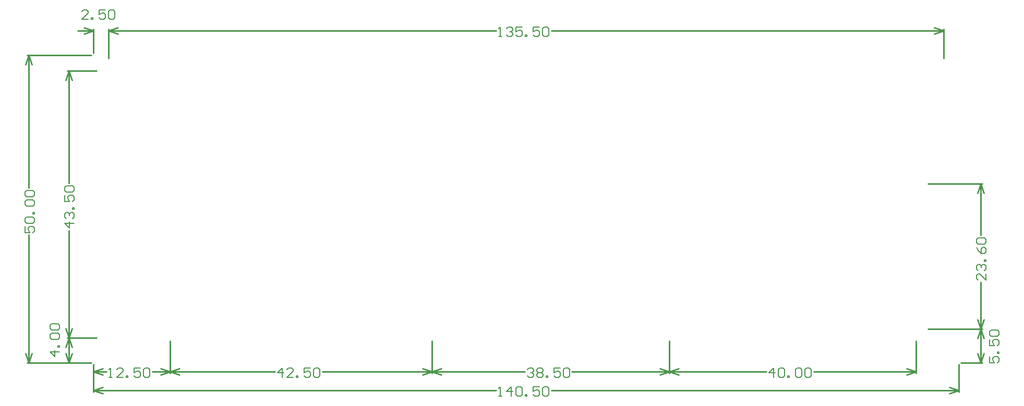
<source format=gbr>
%TF.GenerationSoftware,Altium Limited,Altium Designer,18.1.7 (191)*%
G04 Layer_Color=32768*
%FSLAX25Y25*%
%MOIN*%
%TF.FileFunction,Other,Mechanical_3*%
%TF.Part,Single*%
G01*
G75*
%TA.AperFunction,NonConductor*%
%ADD76C,0.01000*%
%ADD77C,0.00600*%
D76*
X9843Y212598D02*
X15843Y214598D01*
X9843Y212598D02*
X15843Y210598D01*
X537307D02*
X543307Y212598D01*
X537307Y214598D02*
X543307Y212598D01*
X9843D02*
X257380D01*
X292570D02*
X543307D01*
X9843Y194701D02*
Y213598D01*
X543307Y194701D02*
Y213598D01*
X-6000Y210598D02*
X0Y212598D01*
X-6000Y214598D02*
X0Y212598D01*
X9843D02*
X15843Y214598D01*
X9843Y212598D02*
X15843Y210598D01*
X-10000Y212598D02*
X0D01*
X9843D02*
X19842D01*
X9843Y194701D02*
Y213598D01*
X0Y198244D02*
Y213598D01*
X566929Y21654D02*
X568929Y15653D01*
X564929D02*
X566929Y21654D01*
X564929Y6000D02*
X566929Y0D01*
X568929Y6000D01*
X566929Y10827D02*
Y21654D01*
Y0D02*
Y10827D01*
X533284Y21654D02*
X567929D01*
X554543Y0D02*
X567929D01*
X43213Y-7905D02*
X49213Y-5906D01*
X43213Y-3906D02*
X49213Y-5906D01*
X0D02*
X6000Y-3906D01*
X0Y-5906D02*
X6000Y-7905D01*
X37602Y-5906D02*
X49213D01*
X0D02*
X8410D01*
X49213Y-6905D02*
Y13961D01*
X0Y-6905D02*
Y-1394D01*
X210535Y-7905D02*
X216535Y-5906D01*
X210535Y-3906D02*
X216535Y-5906D01*
X49213D02*
X55213Y-3906D01*
X49213Y-5906D02*
X55213Y-7905D01*
X146370Y-5906D02*
X216535D01*
X49213D02*
X116178D01*
X216535Y-6905D02*
Y13961D01*
X49213Y-6905D02*
Y13961D01*
X362110Y-7905D02*
X368110Y-5906D01*
X362110Y-3906D02*
X368110Y-5906D01*
X216535D02*
X222535Y-3906D01*
X216535Y-5906D02*
X222535Y-7905D01*
X305819Y-5906D02*
X368110D01*
X216535D02*
X275627D01*
X368110Y-6905D02*
Y13961D01*
X216535Y-6905D02*
Y13961D01*
X519591Y-7905D02*
X525591Y-5906D01*
X519591Y-3906D02*
X525591Y-5906D01*
X368110D02*
X374110Y-3906D01*
X368110Y-5906D02*
X374110Y-7905D01*
X460346Y-5906D02*
X525591D01*
X368110D02*
X430155D01*
X525591Y-6905D02*
Y13961D01*
X368110Y-6905D02*
Y13961D01*
X564929Y27654D02*
X566929Y21654D01*
X568929Y27654D01*
X566929Y114567D02*
X568929Y108567D01*
X564929D02*
X566929Y114567D01*
Y21654D02*
Y51415D01*
Y81606D02*
Y114567D01*
X533284Y21654D02*
X567929D01*
X533284Y114567D02*
X567929D01*
X-17748Y21748D02*
X-15748Y15748D01*
X-13748Y21748D01*
X-15748Y187008D02*
X-13748Y181008D01*
X-17748D02*
X-15748Y187008D01*
Y15748D02*
Y84682D01*
Y114874D02*
Y187008D01*
X-16748Y15748D02*
X2150D01*
X-16748Y187008D02*
X2150D01*
X-15748Y15748D02*
X-13748Y9748D01*
X-17748D02*
X-15748Y15748D01*
X-17748Y6000D02*
X-15748Y0D01*
X-13748Y6000D01*
X-15748Y7874D02*
Y15748D01*
Y0D02*
Y7874D01*
X-16748Y15748D02*
X2150D01*
X-16748Y0D02*
X-1394D01*
X-43339Y6000D02*
X-41339Y0D01*
X-39339Y6000D01*
X-41339Y196850D02*
X-39339Y190850D01*
X-43339D02*
X-41339Y196850D01*
Y0D02*
Y81730D01*
Y111921D02*
Y196850D01*
X-42339Y0D02*
X-1394D01*
X-42339Y196850D02*
X-1394D01*
X0Y-17717D02*
X6000Y-15717D01*
X0Y-17717D02*
X6000Y-19716D01*
X547150D02*
X553150Y-17717D01*
X547150Y-15717D02*
X553150Y-17717D01*
X0D02*
X257380D01*
X292570D02*
X553150D01*
X0Y-18717D02*
Y-1000D01*
X553150Y-18717D02*
Y-1000D01*
D77*
X258980Y208999D02*
X260979D01*
X259980D01*
Y214998D01*
X258980Y213998D01*
X263978D02*
X264978Y214998D01*
X266977D01*
X267977Y213998D01*
Y212998D01*
X266977Y211998D01*
X265978D01*
X266977D01*
X267977Y210999D01*
Y209999D01*
X266977Y208999D01*
X264978D01*
X263978Y209999D01*
X273975Y214998D02*
X269976D01*
Y211998D01*
X271976Y212998D01*
X272975D01*
X273975Y211998D01*
Y209999D01*
X272975Y208999D01*
X270976D01*
X269976Y209999D01*
X275974Y208999D02*
Y209999D01*
X276974D01*
Y208999D01*
X275974D01*
X284972Y214998D02*
X280973D01*
Y211998D01*
X282972Y212998D01*
X283972D01*
X284972Y211998D01*
Y209999D01*
X283972Y208999D01*
X281973D01*
X280973Y209999D01*
X286971Y213998D02*
X287971Y214998D01*
X289970D01*
X290970Y213998D01*
Y209999D01*
X289970Y208999D01*
X287971D01*
X286971Y209999D01*
Y213998D01*
X-3177Y219796D02*
X-7175D01*
X-3177Y223795D01*
Y224795D01*
X-4176Y225795D01*
X-6176D01*
X-7175Y224795D01*
X-1177Y219796D02*
Y220796D01*
X-178D01*
Y219796D01*
X-1177D01*
X7820Y225795D02*
X3821D01*
Y222796D01*
X5820Y223795D01*
X6820D01*
X7820Y222796D01*
Y220796D01*
X6820Y219796D01*
X4821D01*
X3821Y220796D01*
X9819Y224795D02*
X10819Y225795D01*
X12818D01*
X13818Y224795D01*
Y220796D01*
X12818Y219796D01*
X10819D01*
X9819Y220796D01*
Y224795D01*
X572742Y3999D02*
Y0D01*
X575741D01*
X574741Y1999D01*
Y2999D01*
X575741Y3999D01*
X577740D01*
X578740Y2999D01*
Y1000D01*
X577740Y0D01*
X578740Y5998D02*
X577740D01*
Y6998D01*
X578740D01*
Y5998D01*
X572742Y14995D02*
Y10996D01*
X575741D01*
X574741Y12996D01*
Y13995D01*
X575741Y14995D01*
X577740D01*
X578740Y13995D01*
Y11996D01*
X577740Y10996D01*
X573742Y16995D02*
X572742Y17994D01*
Y19994D01*
X573742Y20993D01*
X577740D01*
X578740Y19994D01*
Y17994D01*
X577740Y16995D01*
X573742D01*
X10011Y-9505D02*
X12010D01*
X11010D01*
Y-3506D01*
X10011Y-4506D01*
X19008Y-9505D02*
X15009D01*
X19008Y-5506D01*
Y-4506D01*
X18008Y-3506D01*
X16009D01*
X15009Y-4506D01*
X21007Y-9505D02*
Y-8505D01*
X22007D01*
Y-9505D01*
X21007D01*
X30004Y-3506D02*
X26005D01*
Y-6505D01*
X28005Y-5506D01*
X29004D01*
X30004Y-6505D01*
Y-8505D01*
X29004Y-9505D01*
X27005D01*
X26005Y-8505D01*
X32003Y-4506D02*
X33003Y-3506D01*
X35002D01*
X36002Y-4506D01*
Y-8505D01*
X35002Y-9505D01*
X33003D01*
X32003Y-8505D01*
Y-4506D01*
X120777Y-9505D02*
Y-3506D01*
X117778Y-6505D01*
X121777D01*
X127775Y-9505D02*
X123776D01*
X127775Y-5506D01*
Y-4506D01*
X126776Y-3506D01*
X124776D01*
X123776Y-4506D01*
X129774Y-9505D02*
Y-8505D01*
X130774D01*
Y-9505D01*
X129774D01*
X138772Y-3506D02*
X134773D01*
Y-6505D01*
X136772Y-5506D01*
X137772D01*
X138772Y-6505D01*
Y-8505D01*
X137772Y-9505D01*
X135773D01*
X134773Y-8505D01*
X140771Y-4506D02*
X141771Y-3506D01*
X143770D01*
X144770Y-4506D01*
Y-8505D01*
X143770Y-9505D01*
X141771D01*
X140771Y-8505D01*
Y-4506D01*
X277227D02*
X278227Y-3506D01*
X280226D01*
X281226Y-4506D01*
Y-5506D01*
X280226Y-6505D01*
X279226D01*
X280226D01*
X281226Y-7505D01*
Y-8505D01*
X280226Y-9505D01*
X278227D01*
X277227Y-8505D01*
X283225Y-4506D02*
X284225Y-3506D01*
X286224D01*
X287224Y-4506D01*
Y-5506D01*
X286224Y-6505D01*
X287224Y-7505D01*
Y-8505D01*
X286224Y-9505D01*
X284225D01*
X283225Y-8505D01*
Y-7505D01*
X284225Y-6505D01*
X283225Y-5506D01*
Y-4506D01*
X284225Y-6505D02*
X286224D01*
X289223Y-9505D02*
Y-8505D01*
X290223D01*
Y-9505D01*
X289223D01*
X298220Y-3506D02*
X294222D01*
Y-6505D01*
X296221Y-5506D01*
X297221D01*
X298220Y-6505D01*
Y-8505D01*
X297221Y-9505D01*
X295221D01*
X294222Y-8505D01*
X300220Y-4506D02*
X301219Y-3506D01*
X303219D01*
X304219Y-4506D01*
Y-8505D01*
X303219Y-9505D01*
X301219D01*
X300220Y-8505D01*
Y-4506D01*
X434754Y-9505D02*
Y-3506D01*
X431755Y-6505D01*
X435753D01*
X437753Y-4506D02*
X438753Y-3506D01*
X440752D01*
X441751Y-4506D01*
Y-8505D01*
X440752Y-9505D01*
X438753D01*
X437753Y-8505D01*
Y-4506D01*
X443751Y-9505D02*
Y-8505D01*
X444751D01*
Y-9505D01*
X443751D01*
X448749Y-4506D02*
X449749Y-3506D01*
X451748D01*
X452748Y-4506D01*
Y-8505D01*
X451748Y-9505D01*
X449749D01*
X448749Y-8505D01*
Y-4506D01*
X454747D02*
X455747Y-3506D01*
X457746D01*
X458746Y-4506D01*
Y-8505D01*
X457746Y-9505D01*
X455747D01*
X454747Y-8505D01*
Y-4506D01*
X570528Y57013D02*
Y53015D01*
X566529Y57013D01*
X565530D01*
X564530Y56014D01*
Y54014D01*
X565530Y53015D01*
Y59013D02*
X564530Y60012D01*
Y62012D01*
X565530Y63011D01*
X566529D01*
X567529Y62012D01*
Y61012D01*
Y62012D01*
X568529Y63011D01*
X569528D01*
X570528Y62012D01*
Y60012D01*
X569528Y59013D01*
X570528Y65011D02*
X569528D01*
Y66010D01*
X570528D01*
Y65011D01*
X564530Y74008D02*
X565530Y72009D01*
X567529Y70009D01*
X569528D01*
X570528Y71009D01*
Y73008D01*
X569528Y74008D01*
X568529D01*
X567529Y73008D01*
Y70009D01*
X565530Y76007D02*
X564530Y77007D01*
Y79006D01*
X565530Y80006D01*
X569528D01*
X570528Y79006D01*
Y77007D01*
X569528Y76007D01*
X565530D01*
X-12149Y89281D02*
X-18147D01*
X-15148Y86282D01*
Y90281D01*
X-17147Y92280D02*
X-18147Y93280D01*
Y95279D01*
X-17147Y96279D01*
X-16148D01*
X-15148Y95279D01*
Y94280D01*
Y95279D01*
X-14148Y96279D01*
X-13149D01*
X-12149Y95279D01*
Y93280D01*
X-13149Y92280D01*
X-12149Y98278D02*
X-13149D01*
Y99278D01*
X-12149D01*
Y98278D01*
X-18147Y107275D02*
Y103277D01*
X-15148D01*
X-16148Y105276D01*
Y106276D01*
X-15148Y107275D01*
X-13149D01*
X-12149Y106276D01*
Y104277D01*
X-13149Y103277D01*
X-17147Y109275D02*
X-18147Y110275D01*
Y112274D01*
X-17147Y113274D01*
X-13149D01*
X-12149Y112274D01*
Y110275D01*
X-13149Y109275D01*
X-17147D01*
X-21654Y6936D02*
X-27652D01*
X-24653Y3937D01*
Y7936D01*
X-21654Y9935D02*
X-22653D01*
Y10935D01*
X-21654D01*
Y9935D01*
X-26652Y14933D02*
X-27652Y15933D01*
Y17932D01*
X-26652Y18932D01*
X-22653D01*
X-21654Y17932D01*
Y15933D01*
X-22653Y14933D01*
X-26652D01*
Y20932D02*
X-27652Y21931D01*
Y23931D01*
X-26652Y24930D01*
X-22653D01*
X-21654Y23931D01*
Y21931D01*
X-22653Y20932D01*
X-26652D01*
X-43738Y87328D02*
Y83330D01*
X-40739D01*
X-41738Y85329D01*
Y86329D01*
X-40739Y87328D01*
X-38739D01*
X-37740Y86329D01*
Y84329D01*
X-38739Y83330D01*
X-42738Y89328D02*
X-43738Y90327D01*
Y92327D01*
X-42738Y93326D01*
X-38739D01*
X-37740Y92327D01*
Y90327D01*
X-38739Y89328D01*
X-42738D01*
X-37740Y95326D02*
X-38739D01*
Y96325D01*
X-37740D01*
Y95326D01*
X-42738Y100324D02*
X-43738Y101324D01*
Y103323D01*
X-42738Y104323D01*
X-38739D01*
X-37740Y103323D01*
Y101324D01*
X-38739Y100324D01*
X-42738D01*
Y106322D02*
X-43738Y107322D01*
Y109321D01*
X-42738Y110321D01*
X-38739D01*
X-37740Y109321D01*
Y107322D01*
X-38739Y106322D01*
X-42738D01*
X258980Y-21316D02*
X260979D01*
X259980D01*
Y-15317D01*
X258980Y-16317D01*
X266977Y-21316D02*
Y-15317D01*
X263978Y-18316D01*
X267977D01*
X269976Y-16317D02*
X270976Y-15317D01*
X272975D01*
X273975Y-16317D01*
Y-20316D01*
X272975Y-21316D01*
X270976D01*
X269976Y-20316D01*
Y-16317D01*
X275974Y-21316D02*
Y-20316D01*
X276974D01*
Y-21316D01*
X275974D01*
X284972Y-15317D02*
X280973D01*
Y-18316D01*
X282972Y-17317D01*
X283972D01*
X284972Y-18316D01*
Y-20316D01*
X283972Y-21316D01*
X281973D01*
X280973Y-20316D01*
X286971Y-16317D02*
X287971Y-15317D01*
X289970D01*
X290970Y-16317D01*
Y-20316D01*
X289970Y-21316D01*
X287971D01*
X286971Y-20316D01*
Y-16317D01*
%TF.MD5,f36041f345d5cfbd9d4c167efc118d37*%
M02*

</source>
